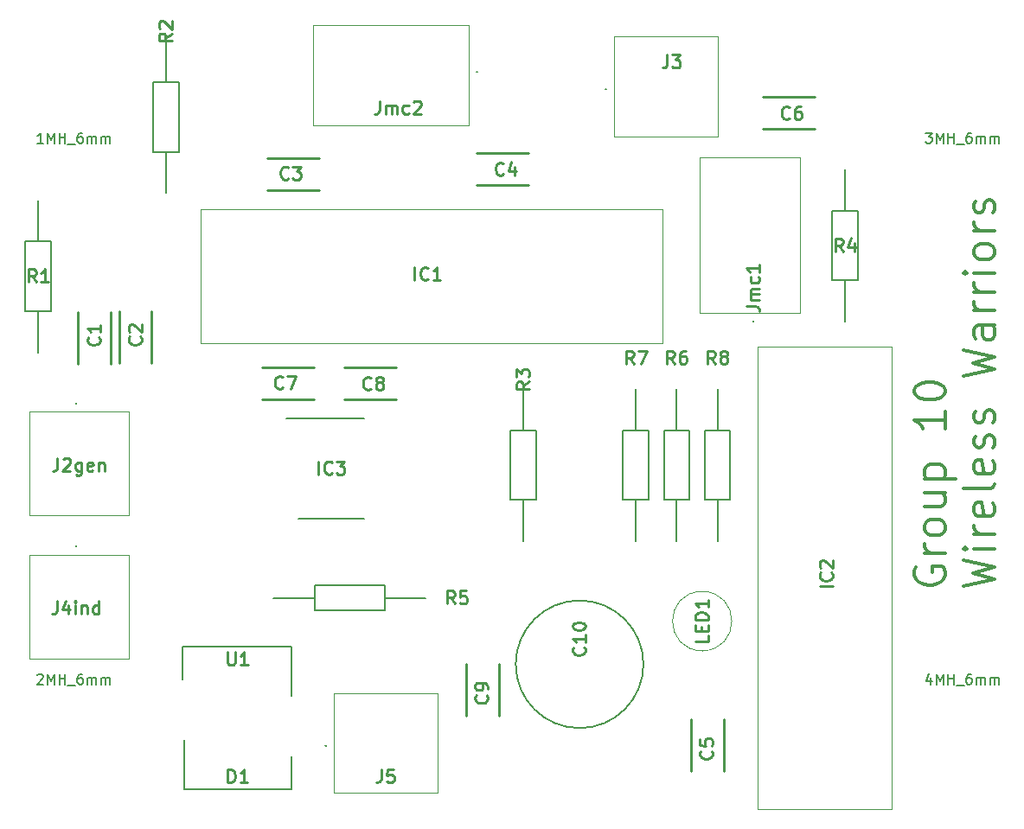
<source format=gbr>
%TF.GenerationSoftware,KiCad,Pcbnew,8.0.2-8.0.2-0~ubuntu22.04.1*%
%TF.CreationDate,2024-05-18T21:09:40+02:00*%
%TF.ProjectId,dc-to-dc-buck-converter,64632d74-6f2d-4646-932d-6275636b2d63,rev?*%
%TF.SameCoordinates,Original*%
%TF.FileFunction,Legend,Top*%
%TF.FilePolarity,Positive*%
%FSLAX46Y46*%
G04 Gerber Fmt 4.6, Leading zero omitted, Abs format (unit mm)*
G04 Created by KiCad (PCBNEW 8.0.2-8.0.2-0~ubuntu22.04.1) date 2024-05-18 21:09:40*
%MOMM*%
%LPD*%
G01*
G04 APERTURE LIST*
%ADD10C,0.300000*%
%ADD11C,0.254000*%
%ADD12C,0.150000*%
%ADD13C,0.100000*%
%ADD14C,0.200000*%
G04 APERTURE END LIST*
D10*
X188930282Y-105516917D02*
X188787425Y-105802632D01*
X188787425Y-105802632D02*
X188787425Y-106231203D01*
X188787425Y-106231203D02*
X188930282Y-106659774D01*
X188930282Y-106659774D02*
X189215996Y-106945489D01*
X189215996Y-106945489D02*
X189501710Y-107088346D01*
X189501710Y-107088346D02*
X190073139Y-107231203D01*
X190073139Y-107231203D02*
X190501710Y-107231203D01*
X190501710Y-107231203D02*
X191073139Y-107088346D01*
X191073139Y-107088346D02*
X191358853Y-106945489D01*
X191358853Y-106945489D02*
X191644568Y-106659774D01*
X191644568Y-106659774D02*
X191787425Y-106231203D01*
X191787425Y-106231203D02*
X191787425Y-105945489D01*
X191787425Y-105945489D02*
X191644568Y-105516917D01*
X191644568Y-105516917D02*
X191501710Y-105374060D01*
X191501710Y-105374060D02*
X190501710Y-105374060D01*
X190501710Y-105374060D02*
X190501710Y-105945489D01*
X191787425Y-104088346D02*
X189787425Y-104088346D01*
X190358853Y-104088346D02*
X190073139Y-103945489D01*
X190073139Y-103945489D02*
X189930282Y-103802632D01*
X189930282Y-103802632D02*
X189787425Y-103516917D01*
X189787425Y-103516917D02*
X189787425Y-103231203D01*
X191787425Y-101802631D02*
X191644568Y-102088346D01*
X191644568Y-102088346D02*
X191501710Y-102231203D01*
X191501710Y-102231203D02*
X191215996Y-102374060D01*
X191215996Y-102374060D02*
X190358853Y-102374060D01*
X190358853Y-102374060D02*
X190073139Y-102231203D01*
X190073139Y-102231203D02*
X189930282Y-102088346D01*
X189930282Y-102088346D02*
X189787425Y-101802631D01*
X189787425Y-101802631D02*
X189787425Y-101374060D01*
X189787425Y-101374060D02*
X189930282Y-101088346D01*
X189930282Y-101088346D02*
X190073139Y-100945489D01*
X190073139Y-100945489D02*
X190358853Y-100802631D01*
X190358853Y-100802631D02*
X191215996Y-100802631D01*
X191215996Y-100802631D02*
X191501710Y-100945489D01*
X191501710Y-100945489D02*
X191644568Y-101088346D01*
X191644568Y-101088346D02*
X191787425Y-101374060D01*
X191787425Y-101374060D02*
X191787425Y-101802631D01*
X189787425Y-98231203D02*
X191787425Y-98231203D01*
X189787425Y-99516917D02*
X191358853Y-99516917D01*
X191358853Y-99516917D02*
X191644568Y-99374060D01*
X191644568Y-99374060D02*
X191787425Y-99088345D01*
X191787425Y-99088345D02*
X191787425Y-98659774D01*
X191787425Y-98659774D02*
X191644568Y-98374060D01*
X191644568Y-98374060D02*
X191501710Y-98231203D01*
X189787425Y-96802631D02*
X192787425Y-96802631D01*
X189930282Y-96802631D02*
X189787425Y-96516917D01*
X189787425Y-96516917D02*
X189787425Y-95945488D01*
X189787425Y-95945488D02*
X189930282Y-95659774D01*
X189930282Y-95659774D02*
X190073139Y-95516917D01*
X190073139Y-95516917D02*
X190358853Y-95374059D01*
X190358853Y-95374059D02*
X191215996Y-95374059D01*
X191215996Y-95374059D02*
X191501710Y-95516917D01*
X191501710Y-95516917D02*
X191644568Y-95659774D01*
X191644568Y-95659774D02*
X191787425Y-95945488D01*
X191787425Y-95945488D02*
X191787425Y-96516917D01*
X191787425Y-96516917D02*
X191644568Y-96802631D01*
X191787425Y-90231202D02*
X191787425Y-91945488D01*
X191787425Y-91088345D02*
X188787425Y-91088345D01*
X188787425Y-91088345D02*
X189215996Y-91374059D01*
X189215996Y-91374059D02*
X189501710Y-91659774D01*
X189501710Y-91659774D02*
X189644568Y-91945488D01*
X188787425Y-88374059D02*
X188787425Y-88088345D01*
X188787425Y-88088345D02*
X188930282Y-87802631D01*
X188930282Y-87802631D02*
X189073139Y-87659774D01*
X189073139Y-87659774D02*
X189358853Y-87516916D01*
X189358853Y-87516916D02*
X189930282Y-87374059D01*
X189930282Y-87374059D02*
X190644568Y-87374059D01*
X190644568Y-87374059D02*
X191215996Y-87516916D01*
X191215996Y-87516916D02*
X191501710Y-87659774D01*
X191501710Y-87659774D02*
X191644568Y-87802631D01*
X191644568Y-87802631D02*
X191787425Y-88088345D01*
X191787425Y-88088345D02*
X191787425Y-88374059D01*
X191787425Y-88374059D02*
X191644568Y-88659774D01*
X191644568Y-88659774D02*
X191501710Y-88802631D01*
X191501710Y-88802631D02*
X191215996Y-88945488D01*
X191215996Y-88945488D02*
X190644568Y-89088345D01*
X190644568Y-89088345D02*
X189930282Y-89088345D01*
X189930282Y-89088345D02*
X189358853Y-88945488D01*
X189358853Y-88945488D02*
X189073139Y-88802631D01*
X189073139Y-88802631D02*
X188930282Y-88659774D01*
X188930282Y-88659774D02*
X188787425Y-88374059D01*
X193617257Y-107374060D02*
X196617257Y-106659774D01*
X196617257Y-106659774D02*
X194474400Y-106088346D01*
X194474400Y-106088346D02*
X196617257Y-105516917D01*
X196617257Y-105516917D02*
X193617257Y-104802632D01*
X196617257Y-103659775D02*
X194617257Y-103659775D01*
X193617257Y-103659775D02*
X193760114Y-103802632D01*
X193760114Y-103802632D02*
X193902971Y-103659775D01*
X193902971Y-103659775D02*
X193760114Y-103516918D01*
X193760114Y-103516918D02*
X193617257Y-103659775D01*
X193617257Y-103659775D02*
X193902971Y-103659775D01*
X196617257Y-102231204D02*
X194617257Y-102231204D01*
X195188685Y-102231204D02*
X194902971Y-102088347D01*
X194902971Y-102088347D02*
X194760114Y-101945490D01*
X194760114Y-101945490D02*
X194617257Y-101659775D01*
X194617257Y-101659775D02*
X194617257Y-101374061D01*
X196474400Y-99231204D02*
X196617257Y-99516918D01*
X196617257Y-99516918D02*
X196617257Y-100088347D01*
X196617257Y-100088347D02*
X196474400Y-100374061D01*
X196474400Y-100374061D02*
X196188685Y-100516918D01*
X196188685Y-100516918D02*
X195045828Y-100516918D01*
X195045828Y-100516918D02*
X194760114Y-100374061D01*
X194760114Y-100374061D02*
X194617257Y-100088347D01*
X194617257Y-100088347D02*
X194617257Y-99516918D01*
X194617257Y-99516918D02*
X194760114Y-99231204D01*
X194760114Y-99231204D02*
X195045828Y-99088347D01*
X195045828Y-99088347D02*
X195331542Y-99088347D01*
X195331542Y-99088347D02*
X195617257Y-100516918D01*
X196617257Y-97374060D02*
X196474400Y-97659775D01*
X196474400Y-97659775D02*
X196188685Y-97802632D01*
X196188685Y-97802632D02*
X193617257Y-97802632D01*
X196474400Y-95088346D02*
X196617257Y-95374060D01*
X196617257Y-95374060D02*
X196617257Y-95945489D01*
X196617257Y-95945489D02*
X196474400Y-96231203D01*
X196474400Y-96231203D02*
X196188685Y-96374060D01*
X196188685Y-96374060D02*
X195045828Y-96374060D01*
X195045828Y-96374060D02*
X194760114Y-96231203D01*
X194760114Y-96231203D02*
X194617257Y-95945489D01*
X194617257Y-95945489D02*
X194617257Y-95374060D01*
X194617257Y-95374060D02*
X194760114Y-95088346D01*
X194760114Y-95088346D02*
X195045828Y-94945489D01*
X195045828Y-94945489D02*
X195331542Y-94945489D01*
X195331542Y-94945489D02*
X195617257Y-96374060D01*
X196474400Y-93802631D02*
X196617257Y-93516917D01*
X196617257Y-93516917D02*
X196617257Y-92945488D01*
X196617257Y-92945488D02*
X196474400Y-92659774D01*
X196474400Y-92659774D02*
X196188685Y-92516917D01*
X196188685Y-92516917D02*
X196045828Y-92516917D01*
X196045828Y-92516917D02*
X195760114Y-92659774D01*
X195760114Y-92659774D02*
X195617257Y-92945488D01*
X195617257Y-92945488D02*
X195617257Y-93374060D01*
X195617257Y-93374060D02*
X195474400Y-93659774D01*
X195474400Y-93659774D02*
X195188685Y-93802631D01*
X195188685Y-93802631D02*
X195045828Y-93802631D01*
X195045828Y-93802631D02*
X194760114Y-93659774D01*
X194760114Y-93659774D02*
X194617257Y-93374060D01*
X194617257Y-93374060D02*
X194617257Y-92945488D01*
X194617257Y-92945488D02*
X194760114Y-92659774D01*
X196474400Y-91374060D02*
X196617257Y-91088346D01*
X196617257Y-91088346D02*
X196617257Y-90516917D01*
X196617257Y-90516917D02*
X196474400Y-90231203D01*
X196474400Y-90231203D02*
X196188685Y-90088346D01*
X196188685Y-90088346D02*
X196045828Y-90088346D01*
X196045828Y-90088346D02*
X195760114Y-90231203D01*
X195760114Y-90231203D02*
X195617257Y-90516917D01*
X195617257Y-90516917D02*
X195617257Y-90945489D01*
X195617257Y-90945489D02*
X195474400Y-91231203D01*
X195474400Y-91231203D02*
X195188685Y-91374060D01*
X195188685Y-91374060D02*
X195045828Y-91374060D01*
X195045828Y-91374060D02*
X194760114Y-91231203D01*
X194760114Y-91231203D02*
X194617257Y-90945489D01*
X194617257Y-90945489D02*
X194617257Y-90516917D01*
X194617257Y-90516917D02*
X194760114Y-90231203D01*
X193617257Y-86802632D02*
X196617257Y-86088346D01*
X196617257Y-86088346D02*
X194474400Y-85516918D01*
X194474400Y-85516918D02*
X196617257Y-84945489D01*
X196617257Y-84945489D02*
X193617257Y-84231204D01*
X196617257Y-81802633D02*
X195045828Y-81802633D01*
X195045828Y-81802633D02*
X194760114Y-81945490D01*
X194760114Y-81945490D02*
X194617257Y-82231204D01*
X194617257Y-82231204D02*
X194617257Y-82802633D01*
X194617257Y-82802633D02*
X194760114Y-83088347D01*
X196474400Y-81802633D02*
X196617257Y-82088347D01*
X196617257Y-82088347D02*
X196617257Y-82802633D01*
X196617257Y-82802633D02*
X196474400Y-83088347D01*
X196474400Y-83088347D02*
X196188685Y-83231204D01*
X196188685Y-83231204D02*
X195902971Y-83231204D01*
X195902971Y-83231204D02*
X195617257Y-83088347D01*
X195617257Y-83088347D02*
X195474400Y-82802633D01*
X195474400Y-82802633D02*
X195474400Y-82088347D01*
X195474400Y-82088347D02*
X195331542Y-81802633D01*
X196617257Y-80374061D02*
X194617257Y-80374061D01*
X195188685Y-80374061D02*
X194902971Y-80231204D01*
X194902971Y-80231204D02*
X194760114Y-80088347D01*
X194760114Y-80088347D02*
X194617257Y-79802632D01*
X194617257Y-79802632D02*
X194617257Y-79516918D01*
X196617257Y-78516918D02*
X194617257Y-78516918D01*
X195188685Y-78516918D02*
X194902971Y-78374061D01*
X194902971Y-78374061D02*
X194760114Y-78231204D01*
X194760114Y-78231204D02*
X194617257Y-77945489D01*
X194617257Y-77945489D02*
X194617257Y-77659775D01*
X196617257Y-76659775D02*
X194617257Y-76659775D01*
X193617257Y-76659775D02*
X193760114Y-76802632D01*
X193760114Y-76802632D02*
X193902971Y-76659775D01*
X193902971Y-76659775D02*
X193760114Y-76516918D01*
X193760114Y-76516918D02*
X193617257Y-76659775D01*
X193617257Y-76659775D02*
X193902971Y-76659775D01*
X196617257Y-74802632D02*
X196474400Y-75088347D01*
X196474400Y-75088347D02*
X196331542Y-75231204D01*
X196331542Y-75231204D02*
X196045828Y-75374061D01*
X196045828Y-75374061D02*
X195188685Y-75374061D01*
X195188685Y-75374061D02*
X194902971Y-75231204D01*
X194902971Y-75231204D02*
X194760114Y-75088347D01*
X194760114Y-75088347D02*
X194617257Y-74802632D01*
X194617257Y-74802632D02*
X194617257Y-74374061D01*
X194617257Y-74374061D02*
X194760114Y-74088347D01*
X194760114Y-74088347D02*
X194902971Y-73945490D01*
X194902971Y-73945490D02*
X195188685Y-73802632D01*
X195188685Y-73802632D02*
X196045828Y-73802632D01*
X196045828Y-73802632D02*
X196331542Y-73945490D01*
X196331542Y-73945490D02*
X196474400Y-74088347D01*
X196474400Y-74088347D02*
X196617257Y-74374061D01*
X196617257Y-74374061D02*
X196617257Y-74802632D01*
X196617257Y-72516918D02*
X194617257Y-72516918D01*
X195188685Y-72516918D02*
X194902971Y-72374061D01*
X194902971Y-72374061D02*
X194760114Y-72231204D01*
X194760114Y-72231204D02*
X194617257Y-71945489D01*
X194617257Y-71945489D02*
X194617257Y-71659775D01*
X196474400Y-70802632D02*
X196617257Y-70516918D01*
X196617257Y-70516918D02*
X196617257Y-69945489D01*
X196617257Y-69945489D02*
X196474400Y-69659775D01*
X196474400Y-69659775D02*
X196188685Y-69516918D01*
X196188685Y-69516918D02*
X196045828Y-69516918D01*
X196045828Y-69516918D02*
X195760114Y-69659775D01*
X195760114Y-69659775D02*
X195617257Y-69945489D01*
X195617257Y-69945489D02*
X195617257Y-70374061D01*
X195617257Y-70374061D02*
X195474400Y-70659775D01*
X195474400Y-70659775D02*
X195188685Y-70802632D01*
X195188685Y-70802632D02*
X195045828Y-70802632D01*
X195045828Y-70802632D02*
X194760114Y-70659775D01*
X194760114Y-70659775D02*
X194617257Y-70374061D01*
X194617257Y-70374061D02*
X194617257Y-69945489D01*
X194617257Y-69945489D02*
X194760114Y-69659775D01*
D11*
X180774318Y-107339762D02*
X179504318Y-107339762D01*
X180653365Y-106009285D02*
X180713842Y-106069761D01*
X180713842Y-106069761D02*
X180774318Y-106251190D01*
X180774318Y-106251190D02*
X180774318Y-106372142D01*
X180774318Y-106372142D02*
X180713842Y-106553571D01*
X180713842Y-106553571D02*
X180592889Y-106674523D01*
X180592889Y-106674523D02*
X180471937Y-106735000D01*
X180471937Y-106735000D02*
X180230032Y-106795476D01*
X180230032Y-106795476D02*
X180048603Y-106795476D01*
X180048603Y-106795476D02*
X179806699Y-106735000D01*
X179806699Y-106735000D02*
X179685746Y-106674523D01*
X179685746Y-106674523D02*
X179564794Y-106553571D01*
X179564794Y-106553571D02*
X179504318Y-106372142D01*
X179504318Y-106372142D02*
X179504318Y-106251190D01*
X179504318Y-106251190D02*
X179564794Y-106069761D01*
X179564794Y-106069761D02*
X179625270Y-106009285D01*
X179625270Y-105525476D02*
X179564794Y-105465000D01*
X179564794Y-105465000D02*
X179504318Y-105344047D01*
X179504318Y-105344047D02*
X179504318Y-105041666D01*
X179504318Y-105041666D02*
X179564794Y-104920714D01*
X179564794Y-104920714D02*
X179625270Y-104860238D01*
X179625270Y-104860238D02*
X179746222Y-104799761D01*
X179746222Y-104799761D02*
X179867175Y-104799761D01*
X179867175Y-104799761D02*
X180048603Y-104860238D01*
X180048603Y-104860238D02*
X180774318Y-105585952D01*
X180774318Y-105585952D02*
X180774318Y-104799761D01*
X130450237Y-96384318D02*
X130450237Y-95114318D01*
X131780714Y-96263365D02*
X131720238Y-96323842D01*
X131720238Y-96323842D02*
X131538809Y-96384318D01*
X131538809Y-96384318D02*
X131417857Y-96384318D01*
X131417857Y-96384318D02*
X131236428Y-96323842D01*
X131236428Y-96323842D02*
X131115476Y-96202889D01*
X131115476Y-96202889D02*
X131054999Y-96081937D01*
X131054999Y-96081937D02*
X130994523Y-95840032D01*
X130994523Y-95840032D02*
X130994523Y-95658603D01*
X130994523Y-95658603D02*
X131054999Y-95416699D01*
X131054999Y-95416699D02*
X131115476Y-95295746D01*
X131115476Y-95295746D02*
X131236428Y-95174794D01*
X131236428Y-95174794D02*
X131417857Y-95114318D01*
X131417857Y-95114318D02*
X131538809Y-95114318D01*
X131538809Y-95114318D02*
X131720238Y-95174794D01*
X131720238Y-95174794D02*
X131780714Y-95235270D01*
X132204047Y-95114318D02*
X132990238Y-95114318D01*
X132990238Y-95114318D02*
X132566904Y-95598127D01*
X132566904Y-95598127D02*
X132748333Y-95598127D01*
X132748333Y-95598127D02*
X132869285Y-95658603D01*
X132869285Y-95658603D02*
X132929761Y-95719080D01*
X132929761Y-95719080D02*
X132990238Y-95840032D01*
X132990238Y-95840032D02*
X132990238Y-96142413D01*
X132990238Y-96142413D02*
X132929761Y-96263365D01*
X132929761Y-96263365D02*
X132869285Y-96323842D01*
X132869285Y-96323842D02*
X132748333Y-96384318D01*
X132748333Y-96384318D02*
X132385476Y-96384318D01*
X132385476Y-96384318D02*
X132264523Y-96323842D01*
X132264523Y-96323842D02*
X132204047Y-96263365D01*
X127488333Y-67409365D02*
X127427857Y-67469842D01*
X127427857Y-67469842D02*
X127246428Y-67530318D01*
X127246428Y-67530318D02*
X127125476Y-67530318D01*
X127125476Y-67530318D02*
X126944047Y-67469842D01*
X126944047Y-67469842D02*
X126823095Y-67348889D01*
X126823095Y-67348889D02*
X126762618Y-67227937D01*
X126762618Y-67227937D02*
X126702142Y-66986032D01*
X126702142Y-66986032D02*
X126702142Y-66804603D01*
X126702142Y-66804603D02*
X126762618Y-66562699D01*
X126762618Y-66562699D02*
X126823095Y-66441746D01*
X126823095Y-66441746D02*
X126944047Y-66320794D01*
X126944047Y-66320794D02*
X127125476Y-66260318D01*
X127125476Y-66260318D02*
X127246428Y-66260318D01*
X127246428Y-66260318D02*
X127427857Y-66320794D01*
X127427857Y-66320794D02*
X127488333Y-66381270D01*
X127911666Y-66260318D02*
X128697857Y-66260318D01*
X128697857Y-66260318D02*
X128274523Y-66744127D01*
X128274523Y-66744127D02*
X128455952Y-66744127D01*
X128455952Y-66744127D02*
X128576904Y-66804603D01*
X128576904Y-66804603D02*
X128637380Y-66865080D01*
X128637380Y-66865080D02*
X128697857Y-66986032D01*
X128697857Y-66986032D02*
X128697857Y-67288413D01*
X128697857Y-67288413D02*
X128637380Y-67409365D01*
X128637380Y-67409365D02*
X128576904Y-67469842D01*
X128576904Y-67469842D02*
X128455952Y-67530318D01*
X128455952Y-67530318D02*
X128093095Y-67530318D01*
X128093095Y-67530318D02*
X127972142Y-67469842D01*
X127972142Y-67469842D02*
X127911666Y-67409365D01*
X136435715Y-59804318D02*
X136435715Y-60711461D01*
X136435715Y-60711461D02*
X136375238Y-60892889D01*
X136375238Y-60892889D02*
X136254286Y-61013842D01*
X136254286Y-61013842D02*
X136072857Y-61074318D01*
X136072857Y-61074318D02*
X135951905Y-61074318D01*
X137040476Y-61074318D02*
X137040476Y-60227651D01*
X137040476Y-60348603D02*
X137100953Y-60288127D01*
X137100953Y-60288127D02*
X137221905Y-60227651D01*
X137221905Y-60227651D02*
X137403334Y-60227651D01*
X137403334Y-60227651D02*
X137524286Y-60288127D01*
X137524286Y-60288127D02*
X137584762Y-60409080D01*
X137584762Y-60409080D02*
X137584762Y-61074318D01*
X137584762Y-60409080D02*
X137645238Y-60288127D01*
X137645238Y-60288127D02*
X137766191Y-60227651D01*
X137766191Y-60227651D02*
X137947619Y-60227651D01*
X137947619Y-60227651D02*
X138068572Y-60288127D01*
X138068572Y-60288127D02*
X138129048Y-60409080D01*
X138129048Y-60409080D02*
X138129048Y-61074318D01*
X139278095Y-61013842D02*
X139157143Y-61074318D01*
X139157143Y-61074318D02*
X138915238Y-61074318D01*
X138915238Y-61074318D02*
X138794286Y-61013842D01*
X138794286Y-61013842D02*
X138733809Y-60953365D01*
X138733809Y-60953365D02*
X138673333Y-60832413D01*
X138673333Y-60832413D02*
X138673333Y-60469556D01*
X138673333Y-60469556D02*
X138733809Y-60348603D01*
X138733809Y-60348603D02*
X138794286Y-60288127D01*
X138794286Y-60288127D02*
X138915238Y-60227651D01*
X138915238Y-60227651D02*
X139157143Y-60227651D01*
X139157143Y-60227651D02*
X139278095Y-60288127D01*
X139761904Y-59925270D02*
X139822380Y-59864794D01*
X139822380Y-59864794D02*
X139943333Y-59804318D01*
X139943333Y-59804318D02*
X140245714Y-59804318D01*
X140245714Y-59804318D02*
X140366666Y-59864794D01*
X140366666Y-59864794D02*
X140427142Y-59925270D01*
X140427142Y-59925270D02*
X140487619Y-60046222D01*
X140487619Y-60046222D02*
X140487619Y-60167175D01*
X140487619Y-60167175D02*
X140427142Y-60348603D01*
X140427142Y-60348603D02*
X139701428Y-61074318D01*
X139701428Y-61074318D02*
X140487619Y-61074318D01*
X181788333Y-74574318D02*
X181364999Y-73969556D01*
X181062618Y-74574318D02*
X181062618Y-73304318D01*
X181062618Y-73304318D02*
X181546428Y-73304318D01*
X181546428Y-73304318D02*
X181667380Y-73364794D01*
X181667380Y-73364794D02*
X181727857Y-73425270D01*
X181727857Y-73425270D02*
X181788333Y-73546222D01*
X181788333Y-73546222D02*
X181788333Y-73727651D01*
X181788333Y-73727651D02*
X181727857Y-73848603D01*
X181727857Y-73848603D02*
X181667380Y-73909080D01*
X181667380Y-73909080D02*
X181546428Y-73969556D01*
X181546428Y-73969556D02*
X181062618Y-73969556D01*
X182876904Y-73727651D02*
X182876904Y-74574318D01*
X182574523Y-73243842D02*
X182272142Y-74150984D01*
X182272142Y-74150984D02*
X183058333Y-74150984D01*
X143788333Y-109074318D02*
X143364999Y-108469556D01*
X143062618Y-109074318D02*
X143062618Y-107804318D01*
X143062618Y-107804318D02*
X143546428Y-107804318D01*
X143546428Y-107804318D02*
X143667380Y-107864794D01*
X143667380Y-107864794D02*
X143727857Y-107925270D01*
X143727857Y-107925270D02*
X143788333Y-108046222D01*
X143788333Y-108046222D02*
X143788333Y-108227651D01*
X143788333Y-108227651D02*
X143727857Y-108348603D01*
X143727857Y-108348603D02*
X143667380Y-108409080D01*
X143667380Y-108409080D02*
X143546428Y-108469556D01*
X143546428Y-108469556D02*
X143062618Y-108469556D01*
X144937380Y-107804318D02*
X144332618Y-107804318D01*
X144332618Y-107804318D02*
X144272142Y-108409080D01*
X144272142Y-108409080D02*
X144332618Y-108348603D01*
X144332618Y-108348603D02*
X144453571Y-108288127D01*
X144453571Y-108288127D02*
X144755952Y-108288127D01*
X144755952Y-108288127D02*
X144876904Y-108348603D01*
X144876904Y-108348603D02*
X144937380Y-108409080D01*
X144937380Y-108409080D02*
X144997857Y-108530032D01*
X144997857Y-108530032D02*
X144997857Y-108832413D01*
X144997857Y-108832413D02*
X144937380Y-108953365D01*
X144937380Y-108953365D02*
X144876904Y-109013842D01*
X144876904Y-109013842D02*
X144755952Y-109074318D01*
X144755952Y-109074318D02*
X144453571Y-109074318D01*
X144453571Y-109074318D02*
X144332618Y-109013842D01*
X144332618Y-109013842D02*
X144272142Y-108953365D01*
X164576667Y-55304318D02*
X164576667Y-56211461D01*
X164576667Y-56211461D02*
X164516190Y-56392889D01*
X164516190Y-56392889D02*
X164395238Y-56513842D01*
X164395238Y-56513842D02*
X164213809Y-56574318D01*
X164213809Y-56574318D02*
X164092857Y-56574318D01*
X165060476Y-55304318D02*
X165846667Y-55304318D01*
X165846667Y-55304318D02*
X165423333Y-55788127D01*
X165423333Y-55788127D02*
X165604762Y-55788127D01*
X165604762Y-55788127D02*
X165725714Y-55848603D01*
X165725714Y-55848603D02*
X165786190Y-55909080D01*
X165786190Y-55909080D02*
X165846667Y-56030032D01*
X165846667Y-56030032D02*
X165846667Y-56332413D01*
X165846667Y-56332413D02*
X165786190Y-56453365D01*
X165786190Y-56453365D02*
X165725714Y-56513842D01*
X165725714Y-56513842D02*
X165604762Y-56574318D01*
X165604762Y-56574318D02*
X165241905Y-56574318D01*
X165241905Y-56574318D02*
X165120952Y-56513842D01*
X165120952Y-56513842D02*
X165060476Y-56453365D01*
X172304318Y-79894284D02*
X173211461Y-79894284D01*
X173211461Y-79894284D02*
X173392889Y-79954761D01*
X173392889Y-79954761D02*
X173513842Y-80075713D01*
X173513842Y-80075713D02*
X173574318Y-80257142D01*
X173574318Y-80257142D02*
X173574318Y-80378094D01*
X173574318Y-79289523D02*
X172727651Y-79289523D01*
X172848603Y-79289523D02*
X172788127Y-79229046D01*
X172788127Y-79229046D02*
X172727651Y-79108094D01*
X172727651Y-79108094D02*
X172727651Y-78926665D01*
X172727651Y-78926665D02*
X172788127Y-78805713D01*
X172788127Y-78805713D02*
X172909080Y-78745237D01*
X172909080Y-78745237D02*
X173574318Y-78745237D01*
X172909080Y-78745237D02*
X172788127Y-78684761D01*
X172788127Y-78684761D02*
X172727651Y-78563808D01*
X172727651Y-78563808D02*
X172727651Y-78382380D01*
X172727651Y-78382380D02*
X172788127Y-78261427D01*
X172788127Y-78261427D02*
X172909080Y-78200951D01*
X172909080Y-78200951D02*
X173574318Y-78200951D01*
X173513842Y-77051904D02*
X173574318Y-77172856D01*
X173574318Y-77172856D02*
X173574318Y-77414761D01*
X173574318Y-77414761D02*
X173513842Y-77535713D01*
X173513842Y-77535713D02*
X173453365Y-77596190D01*
X173453365Y-77596190D02*
X173332413Y-77656666D01*
X173332413Y-77656666D02*
X172969556Y-77656666D01*
X172969556Y-77656666D02*
X172848603Y-77596190D01*
X172848603Y-77596190D02*
X172788127Y-77535713D01*
X172788127Y-77535713D02*
X172727651Y-77414761D01*
X172727651Y-77414761D02*
X172727651Y-77172856D01*
X172727651Y-77172856D02*
X172788127Y-77051904D01*
X173574318Y-75842380D02*
X173574318Y-76568095D01*
X173574318Y-76205238D02*
X172304318Y-76205238D01*
X172304318Y-76205238D02*
X172485746Y-76326190D01*
X172485746Y-76326190D02*
X172606699Y-76447142D01*
X172606699Y-76447142D02*
X172667175Y-76568095D01*
X169288333Y-85574318D02*
X168864999Y-84969556D01*
X168562618Y-85574318D02*
X168562618Y-84304318D01*
X168562618Y-84304318D02*
X169046428Y-84304318D01*
X169046428Y-84304318D02*
X169167380Y-84364794D01*
X169167380Y-84364794D02*
X169227857Y-84425270D01*
X169227857Y-84425270D02*
X169288333Y-84546222D01*
X169288333Y-84546222D02*
X169288333Y-84727651D01*
X169288333Y-84727651D02*
X169227857Y-84848603D01*
X169227857Y-84848603D02*
X169167380Y-84909080D01*
X169167380Y-84909080D02*
X169046428Y-84969556D01*
X169046428Y-84969556D02*
X168562618Y-84969556D01*
X170014047Y-84848603D02*
X169893095Y-84788127D01*
X169893095Y-84788127D02*
X169832618Y-84727651D01*
X169832618Y-84727651D02*
X169772142Y-84606699D01*
X169772142Y-84606699D02*
X169772142Y-84546222D01*
X169772142Y-84546222D02*
X169832618Y-84425270D01*
X169832618Y-84425270D02*
X169893095Y-84364794D01*
X169893095Y-84364794D02*
X170014047Y-84304318D01*
X170014047Y-84304318D02*
X170255952Y-84304318D01*
X170255952Y-84304318D02*
X170376904Y-84364794D01*
X170376904Y-84364794D02*
X170437380Y-84425270D01*
X170437380Y-84425270D02*
X170497857Y-84546222D01*
X170497857Y-84546222D02*
X170497857Y-84606699D01*
X170497857Y-84606699D02*
X170437380Y-84727651D01*
X170437380Y-84727651D02*
X170376904Y-84788127D01*
X170376904Y-84788127D02*
X170255952Y-84848603D01*
X170255952Y-84848603D02*
X170014047Y-84848603D01*
X170014047Y-84848603D02*
X169893095Y-84909080D01*
X169893095Y-84909080D02*
X169832618Y-84969556D01*
X169832618Y-84969556D02*
X169772142Y-85090508D01*
X169772142Y-85090508D02*
X169772142Y-85332413D01*
X169772142Y-85332413D02*
X169832618Y-85453365D01*
X169832618Y-85453365D02*
X169893095Y-85513842D01*
X169893095Y-85513842D02*
X170014047Y-85574318D01*
X170014047Y-85574318D02*
X170255952Y-85574318D01*
X170255952Y-85574318D02*
X170376904Y-85513842D01*
X170376904Y-85513842D02*
X170437380Y-85453365D01*
X170437380Y-85453365D02*
X170497857Y-85332413D01*
X170497857Y-85332413D02*
X170497857Y-85090508D01*
X170497857Y-85090508D02*
X170437380Y-84969556D01*
X170437380Y-84969556D02*
X170376904Y-84909080D01*
X170376904Y-84909080D02*
X170255952Y-84848603D01*
X151074318Y-87311666D02*
X150469556Y-87735000D01*
X151074318Y-88037381D02*
X149804318Y-88037381D01*
X149804318Y-88037381D02*
X149804318Y-87553571D01*
X149804318Y-87553571D02*
X149864794Y-87432619D01*
X149864794Y-87432619D02*
X149925270Y-87372142D01*
X149925270Y-87372142D02*
X150046222Y-87311666D01*
X150046222Y-87311666D02*
X150227651Y-87311666D01*
X150227651Y-87311666D02*
X150348603Y-87372142D01*
X150348603Y-87372142D02*
X150409080Y-87432619D01*
X150409080Y-87432619D02*
X150469556Y-87553571D01*
X150469556Y-87553571D02*
X150469556Y-88037381D01*
X149804318Y-86888333D02*
X149804318Y-86102142D01*
X149804318Y-86102142D02*
X150288127Y-86525476D01*
X150288127Y-86525476D02*
X150288127Y-86344047D01*
X150288127Y-86344047D02*
X150348603Y-86223095D01*
X150348603Y-86223095D02*
X150409080Y-86162619D01*
X150409080Y-86162619D02*
X150530032Y-86102142D01*
X150530032Y-86102142D02*
X150832413Y-86102142D01*
X150832413Y-86102142D02*
X150953365Y-86162619D01*
X150953365Y-86162619D02*
X151013842Y-86223095D01*
X151013842Y-86223095D02*
X151074318Y-86344047D01*
X151074318Y-86344047D02*
X151074318Y-86706904D01*
X151074318Y-86706904D02*
X151013842Y-86827857D01*
X151013842Y-86827857D02*
X150953365Y-86888333D01*
X121562618Y-126574318D02*
X121562618Y-125304318D01*
X121562618Y-125304318D02*
X121864999Y-125304318D01*
X121864999Y-125304318D02*
X122046428Y-125364794D01*
X122046428Y-125364794D02*
X122167380Y-125485746D01*
X122167380Y-125485746D02*
X122227857Y-125606699D01*
X122227857Y-125606699D02*
X122288333Y-125848603D01*
X122288333Y-125848603D02*
X122288333Y-126030032D01*
X122288333Y-126030032D02*
X122227857Y-126271937D01*
X122227857Y-126271937D02*
X122167380Y-126392889D01*
X122167380Y-126392889D02*
X122046428Y-126513842D01*
X122046428Y-126513842D02*
X121864999Y-126574318D01*
X121864999Y-126574318D02*
X121562618Y-126574318D01*
X123497857Y-126574318D02*
X122772142Y-126574318D01*
X123134999Y-126574318D02*
X123134999Y-125304318D01*
X123134999Y-125304318D02*
X123014047Y-125485746D01*
X123014047Y-125485746D02*
X122893095Y-125606699D01*
X122893095Y-125606699D02*
X122772142Y-125667175D01*
X104825238Y-108804318D02*
X104825238Y-109711461D01*
X104825238Y-109711461D02*
X104764761Y-109892889D01*
X104764761Y-109892889D02*
X104643809Y-110013842D01*
X104643809Y-110013842D02*
X104462380Y-110074318D01*
X104462380Y-110074318D02*
X104341428Y-110074318D01*
X105974285Y-109227651D02*
X105974285Y-110074318D01*
X105671904Y-108743842D02*
X105369523Y-109650984D01*
X105369523Y-109650984D02*
X106155714Y-109650984D01*
X106639523Y-110074318D02*
X106639523Y-109227651D01*
X106639523Y-108804318D02*
X106579047Y-108864794D01*
X106579047Y-108864794D02*
X106639523Y-108925270D01*
X106639523Y-108925270D02*
X106700000Y-108864794D01*
X106700000Y-108864794D02*
X106639523Y-108804318D01*
X106639523Y-108804318D02*
X106639523Y-108925270D01*
X107244285Y-109227651D02*
X107244285Y-110074318D01*
X107244285Y-109348603D02*
X107304762Y-109288127D01*
X107304762Y-109288127D02*
X107425714Y-109227651D01*
X107425714Y-109227651D02*
X107607143Y-109227651D01*
X107607143Y-109227651D02*
X107728095Y-109288127D01*
X107728095Y-109288127D02*
X107788571Y-109409080D01*
X107788571Y-109409080D02*
X107788571Y-110074318D01*
X108937619Y-110074318D02*
X108937619Y-108804318D01*
X108937619Y-110013842D02*
X108816667Y-110074318D01*
X108816667Y-110074318D02*
X108574762Y-110074318D01*
X108574762Y-110074318D02*
X108453810Y-110013842D01*
X108453810Y-110013842D02*
X108393333Y-109953365D01*
X108393333Y-109953365D02*
X108332857Y-109832413D01*
X108332857Y-109832413D02*
X108332857Y-109469556D01*
X108332857Y-109469556D02*
X108393333Y-109348603D01*
X108393333Y-109348603D02*
X108453810Y-109288127D01*
X108453810Y-109288127D02*
X108574762Y-109227651D01*
X108574762Y-109227651D02*
X108816667Y-109227651D01*
X108816667Y-109227651D02*
X108937619Y-109288127D01*
X116074318Y-53211666D02*
X115469556Y-53635000D01*
X116074318Y-53937381D02*
X114804318Y-53937381D01*
X114804318Y-53937381D02*
X114804318Y-53453571D01*
X114804318Y-53453571D02*
X114864794Y-53332619D01*
X114864794Y-53332619D02*
X114925270Y-53272142D01*
X114925270Y-53272142D02*
X115046222Y-53211666D01*
X115046222Y-53211666D02*
X115227651Y-53211666D01*
X115227651Y-53211666D02*
X115348603Y-53272142D01*
X115348603Y-53272142D02*
X115409080Y-53332619D01*
X115409080Y-53332619D02*
X115469556Y-53453571D01*
X115469556Y-53453571D02*
X115469556Y-53937381D01*
X114925270Y-52727857D02*
X114864794Y-52667381D01*
X114864794Y-52667381D02*
X114804318Y-52546428D01*
X114804318Y-52546428D02*
X114804318Y-52244047D01*
X114804318Y-52244047D02*
X114864794Y-52123095D01*
X114864794Y-52123095D02*
X114925270Y-52062619D01*
X114925270Y-52062619D02*
X115046222Y-52002142D01*
X115046222Y-52002142D02*
X115167175Y-52002142D01*
X115167175Y-52002142D02*
X115348603Y-52062619D01*
X115348603Y-52062619D02*
X116074318Y-52788333D01*
X116074318Y-52788333D02*
X116074318Y-52002142D01*
X148548333Y-66997365D02*
X148487857Y-67057842D01*
X148487857Y-67057842D02*
X148306428Y-67118318D01*
X148306428Y-67118318D02*
X148185476Y-67118318D01*
X148185476Y-67118318D02*
X148004047Y-67057842D01*
X148004047Y-67057842D02*
X147883095Y-66936889D01*
X147883095Y-66936889D02*
X147822618Y-66815937D01*
X147822618Y-66815937D02*
X147762142Y-66574032D01*
X147762142Y-66574032D02*
X147762142Y-66392603D01*
X147762142Y-66392603D02*
X147822618Y-66150699D01*
X147822618Y-66150699D02*
X147883095Y-66029746D01*
X147883095Y-66029746D02*
X148004047Y-65908794D01*
X148004047Y-65908794D02*
X148185476Y-65848318D01*
X148185476Y-65848318D02*
X148306428Y-65848318D01*
X148306428Y-65848318D02*
X148487857Y-65908794D01*
X148487857Y-65908794D02*
X148548333Y-65969270D01*
X149636904Y-66271651D02*
X149636904Y-67118318D01*
X149334523Y-65787842D02*
X149032142Y-66694984D01*
X149032142Y-66694984D02*
X149818333Y-66694984D01*
X156453365Y-113316428D02*
X156513842Y-113376904D01*
X156513842Y-113376904D02*
X156574318Y-113558333D01*
X156574318Y-113558333D02*
X156574318Y-113679285D01*
X156574318Y-113679285D02*
X156513842Y-113860714D01*
X156513842Y-113860714D02*
X156392889Y-113981666D01*
X156392889Y-113981666D02*
X156271937Y-114042143D01*
X156271937Y-114042143D02*
X156030032Y-114102619D01*
X156030032Y-114102619D02*
X155848603Y-114102619D01*
X155848603Y-114102619D02*
X155606699Y-114042143D01*
X155606699Y-114042143D02*
X155485746Y-113981666D01*
X155485746Y-113981666D02*
X155364794Y-113860714D01*
X155364794Y-113860714D02*
X155304318Y-113679285D01*
X155304318Y-113679285D02*
X155304318Y-113558333D01*
X155304318Y-113558333D02*
X155364794Y-113376904D01*
X155364794Y-113376904D02*
X155425270Y-113316428D01*
X156574318Y-112106904D02*
X156574318Y-112832619D01*
X156574318Y-112469762D02*
X155304318Y-112469762D01*
X155304318Y-112469762D02*
X155485746Y-112590714D01*
X155485746Y-112590714D02*
X155606699Y-112711666D01*
X155606699Y-112711666D02*
X155667175Y-112832619D01*
X155304318Y-111320714D02*
X155304318Y-111199761D01*
X155304318Y-111199761D02*
X155364794Y-111078809D01*
X155364794Y-111078809D02*
X155425270Y-111018333D01*
X155425270Y-111018333D02*
X155546222Y-110957857D01*
X155546222Y-110957857D02*
X155788127Y-110897380D01*
X155788127Y-110897380D02*
X156090508Y-110897380D01*
X156090508Y-110897380D02*
X156332413Y-110957857D01*
X156332413Y-110957857D02*
X156453365Y-111018333D01*
X156453365Y-111018333D02*
X156513842Y-111078809D01*
X156513842Y-111078809D02*
X156574318Y-111199761D01*
X156574318Y-111199761D02*
X156574318Y-111320714D01*
X156574318Y-111320714D02*
X156513842Y-111441666D01*
X156513842Y-111441666D02*
X156453365Y-111502142D01*
X156453365Y-111502142D02*
X156332413Y-111562619D01*
X156332413Y-111562619D02*
X156090508Y-111623095D01*
X156090508Y-111623095D02*
X155788127Y-111623095D01*
X155788127Y-111623095D02*
X155546222Y-111562619D01*
X155546222Y-111562619D02*
X155425270Y-111502142D01*
X155425270Y-111502142D02*
X155364794Y-111441666D01*
X155364794Y-111441666D02*
X155304318Y-111320714D01*
X126948333Y-87909365D02*
X126887857Y-87969842D01*
X126887857Y-87969842D02*
X126706428Y-88030318D01*
X126706428Y-88030318D02*
X126585476Y-88030318D01*
X126585476Y-88030318D02*
X126404047Y-87969842D01*
X126404047Y-87969842D02*
X126283095Y-87848889D01*
X126283095Y-87848889D02*
X126222618Y-87727937D01*
X126222618Y-87727937D02*
X126162142Y-87486032D01*
X126162142Y-87486032D02*
X126162142Y-87304603D01*
X126162142Y-87304603D02*
X126222618Y-87062699D01*
X126222618Y-87062699D02*
X126283095Y-86941746D01*
X126283095Y-86941746D02*
X126404047Y-86820794D01*
X126404047Y-86820794D02*
X126585476Y-86760318D01*
X126585476Y-86760318D02*
X126706428Y-86760318D01*
X126706428Y-86760318D02*
X126887857Y-86820794D01*
X126887857Y-86820794D02*
X126948333Y-86881270D01*
X127371666Y-86760318D02*
X128218333Y-86760318D01*
X128218333Y-86760318D02*
X127674047Y-88030318D01*
X102788333Y-77574318D02*
X102364999Y-76969556D01*
X102062618Y-77574318D02*
X102062618Y-76304318D01*
X102062618Y-76304318D02*
X102546428Y-76304318D01*
X102546428Y-76304318D02*
X102667380Y-76364794D01*
X102667380Y-76364794D02*
X102727857Y-76425270D01*
X102727857Y-76425270D02*
X102788333Y-76546222D01*
X102788333Y-76546222D02*
X102788333Y-76727651D01*
X102788333Y-76727651D02*
X102727857Y-76848603D01*
X102727857Y-76848603D02*
X102667380Y-76909080D01*
X102667380Y-76909080D02*
X102546428Y-76969556D01*
X102546428Y-76969556D02*
X102062618Y-76969556D01*
X103997857Y-77574318D02*
X103272142Y-77574318D01*
X103634999Y-77574318D02*
X103634999Y-76304318D01*
X103634999Y-76304318D02*
X103514047Y-76485746D01*
X103514047Y-76485746D02*
X103393095Y-76606699D01*
X103393095Y-76606699D02*
X103272142Y-76667175D01*
X121532380Y-113804318D02*
X121532380Y-114832413D01*
X121532380Y-114832413D02*
X121592857Y-114953365D01*
X121592857Y-114953365D02*
X121653333Y-115013842D01*
X121653333Y-115013842D02*
X121774285Y-115074318D01*
X121774285Y-115074318D02*
X122016190Y-115074318D01*
X122016190Y-115074318D02*
X122137142Y-115013842D01*
X122137142Y-115013842D02*
X122197619Y-114953365D01*
X122197619Y-114953365D02*
X122258095Y-114832413D01*
X122258095Y-114832413D02*
X122258095Y-113804318D01*
X123528095Y-115074318D02*
X122802380Y-115074318D01*
X123165237Y-115074318D02*
X123165237Y-113804318D01*
X123165237Y-113804318D02*
X123044285Y-113985746D01*
X123044285Y-113985746D02*
X122923333Y-114106699D01*
X122923333Y-114106699D02*
X122802380Y-114167175D01*
X165288333Y-85574318D02*
X164864999Y-84969556D01*
X164562618Y-85574318D02*
X164562618Y-84304318D01*
X164562618Y-84304318D02*
X165046428Y-84304318D01*
X165046428Y-84304318D02*
X165167380Y-84364794D01*
X165167380Y-84364794D02*
X165227857Y-84425270D01*
X165227857Y-84425270D02*
X165288333Y-84546222D01*
X165288333Y-84546222D02*
X165288333Y-84727651D01*
X165288333Y-84727651D02*
X165227857Y-84848603D01*
X165227857Y-84848603D02*
X165167380Y-84909080D01*
X165167380Y-84909080D02*
X165046428Y-84969556D01*
X165046428Y-84969556D02*
X164562618Y-84969556D01*
X166376904Y-84304318D02*
X166134999Y-84304318D01*
X166134999Y-84304318D02*
X166014047Y-84364794D01*
X166014047Y-84364794D02*
X165953571Y-84425270D01*
X165953571Y-84425270D02*
X165832618Y-84606699D01*
X165832618Y-84606699D02*
X165772142Y-84848603D01*
X165772142Y-84848603D02*
X165772142Y-85332413D01*
X165772142Y-85332413D02*
X165832618Y-85453365D01*
X165832618Y-85453365D02*
X165893095Y-85513842D01*
X165893095Y-85513842D02*
X166014047Y-85574318D01*
X166014047Y-85574318D02*
X166255952Y-85574318D01*
X166255952Y-85574318D02*
X166376904Y-85513842D01*
X166376904Y-85513842D02*
X166437380Y-85453365D01*
X166437380Y-85453365D02*
X166497857Y-85332413D01*
X166497857Y-85332413D02*
X166497857Y-85030032D01*
X166497857Y-85030032D02*
X166437380Y-84909080D01*
X166437380Y-84909080D02*
X166376904Y-84848603D01*
X166376904Y-84848603D02*
X166255952Y-84788127D01*
X166255952Y-84788127D02*
X166014047Y-84788127D01*
X166014047Y-84788127D02*
X165893095Y-84848603D01*
X165893095Y-84848603D02*
X165832618Y-84909080D01*
X165832618Y-84909080D02*
X165772142Y-85030032D01*
X135588333Y-87997365D02*
X135527857Y-88057842D01*
X135527857Y-88057842D02*
X135346428Y-88118318D01*
X135346428Y-88118318D02*
X135225476Y-88118318D01*
X135225476Y-88118318D02*
X135044047Y-88057842D01*
X135044047Y-88057842D02*
X134923095Y-87936889D01*
X134923095Y-87936889D02*
X134862618Y-87815937D01*
X134862618Y-87815937D02*
X134802142Y-87574032D01*
X134802142Y-87574032D02*
X134802142Y-87392603D01*
X134802142Y-87392603D02*
X134862618Y-87150699D01*
X134862618Y-87150699D02*
X134923095Y-87029746D01*
X134923095Y-87029746D02*
X135044047Y-86908794D01*
X135044047Y-86908794D02*
X135225476Y-86848318D01*
X135225476Y-86848318D02*
X135346428Y-86848318D01*
X135346428Y-86848318D02*
X135527857Y-86908794D01*
X135527857Y-86908794D02*
X135588333Y-86969270D01*
X136314047Y-87392603D02*
X136193095Y-87332127D01*
X136193095Y-87332127D02*
X136132618Y-87271651D01*
X136132618Y-87271651D02*
X136072142Y-87150699D01*
X136072142Y-87150699D02*
X136072142Y-87090222D01*
X136072142Y-87090222D02*
X136132618Y-86969270D01*
X136132618Y-86969270D02*
X136193095Y-86908794D01*
X136193095Y-86908794D02*
X136314047Y-86848318D01*
X136314047Y-86848318D02*
X136555952Y-86848318D01*
X136555952Y-86848318D02*
X136676904Y-86908794D01*
X136676904Y-86908794D02*
X136737380Y-86969270D01*
X136737380Y-86969270D02*
X136797857Y-87090222D01*
X136797857Y-87090222D02*
X136797857Y-87150699D01*
X136797857Y-87150699D02*
X136737380Y-87271651D01*
X136737380Y-87271651D02*
X136676904Y-87332127D01*
X136676904Y-87332127D02*
X136555952Y-87392603D01*
X136555952Y-87392603D02*
X136314047Y-87392603D01*
X136314047Y-87392603D02*
X136193095Y-87453080D01*
X136193095Y-87453080D02*
X136132618Y-87513556D01*
X136132618Y-87513556D02*
X136072142Y-87634508D01*
X136072142Y-87634508D02*
X136072142Y-87876413D01*
X136072142Y-87876413D02*
X136132618Y-87997365D01*
X136132618Y-87997365D02*
X136193095Y-88057842D01*
X136193095Y-88057842D02*
X136314047Y-88118318D01*
X136314047Y-88118318D02*
X136555952Y-88118318D01*
X136555952Y-88118318D02*
X136676904Y-88057842D01*
X136676904Y-88057842D02*
X136737380Y-87997365D01*
X136737380Y-87997365D02*
X136797857Y-87876413D01*
X136797857Y-87876413D02*
X136797857Y-87634508D01*
X136797857Y-87634508D02*
X136737380Y-87513556D01*
X136737380Y-87513556D02*
X136676904Y-87453080D01*
X136676904Y-87453080D02*
X136555952Y-87392603D01*
X112997365Y-82911666D02*
X113057842Y-82972142D01*
X113057842Y-82972142D02*
X113118318Y-83153571D01*
X113118318Y-83153571D02*
X113118318Y-83274523D01*
X113118318Y-83274523D02*
X113057842Y-83455952D01*
X113057842Y-83455952D02*
X112936889Y-83576904D01*
X112936889Y-83576904D02*
X112815937Y-83637381D01*
X112815937Y-83637381D02*
X112574032Y-83697857D01*
X112574032Y-83697857D02*
X112392603Y-83697857D01*
X112392603Y-83697857D02*
X112150699Y-83637381D01*
X112150699Y-83637381D02*
X112029746Y-83576904D01*
X112029746Y-83576904D02*
X111908794Y-83455952D01*
X111908794Y-83455952D02*
X111848318Y-83274523D01*
X111848318Y-83274523D02*
X111848318Y-83153571D01*
X111848318Y-83153571D02*
X111908794Y-82972142D01*
X111908794Y-82972142D02*
X111969270Y-82911666D01*
X111969270Y-82427857D02*
X111908794Y-82367381D01*
X111908794Y-82367381D02*
X111848318Y-82246428D01*
X111848318Y-82246428D02*
X111848318Y-81944047D01*
X111848318Y-81944047D02*
X111908794Y-81823095D01*
X111908794Y-81823095D02*
X111969270Y-81762619D01*
X111969270Y-81762619D02*
X112090222Y-81702142D01*
X112090222Y-81702142D02*
X112211175Y-81702142D01*
X112211175Y-81702142D02*
X112392603Y-81762619D01*
X112392603Y-81762619D02*
X113118318Y-82488333D01*
X113118318Y-82488333D02*
X113118318Y-81702142D01*
X108953365Y-82951666D02*
X109013842Y-83012142D01*
X109013842Y-83012142D02*
X109074318Y-83193571D01*
X109074318Y-83193571D02*
X109074318Y-83314523D01*
X109074318Y-83314523D02*
X109013842Y-83495952D01*
X109013842Y-83495952D02*
X108892889Y-83616904D01*
X108892889Y-83616904D02*
X108771937Y-83677381D01*
X108771937Y-83677381D02*
X108530032Y-83737857D01*
X108530032Y-83737857D02*
X108348603Y-83737857D01*
X108348603Y-83737857D02*
X108106699Y-83677381D01*
X108106699Y-83677381D02*
X107985746Y-83616904D01*
X107985746Y-83616904D02*
X107864794Y-83495952D01*
X107864794Y-83495952D02*
X107804318Y-83314523D01*
X107804318Y-83314523D02*
X107804318Y-83193571D01*
X107804318Y-83193571D02*
X107864794Y-83012142D01*
X107864794Y-83012142D02*
X107925270Y-82951666D01*
X109074318Y-81742142D02*
X109074318Y-82467857D01*
X109074318Y-82105000D02*
X107804318Y-82105000D01*
X107804318Y-82105000D02*
X107985746Y-82225952D01*
X107985746Y-82225952D02*
X108106699Y-82346904D01*
X108106699Y-82346904D02*
X108167175Y-82467857D01*
X136576667Y-125304318D02*
X136576667Y-126211461D01*
X136576667Y-126211461D02*
X136516190Y-126392889D01*
X136516190Y-126392889D02*
X136395238Y-126513842D01*
X136395238Y-126513842D02*
X136213809Y-126574318D01*
X136213809Y-126574318D02*
X136092857Y-126574318D01*
X137786190Y-125304318D02*
X137181428Y-125304318D01*
X137181428Y-125304318D02*
X137120952Y-125909080D01*
X137120952Y-125909080D02*
X137181428Y-125848603D01*
X137181428Y-125848603D02*
X137302381Y-125788127D01*
X137302381Y-125788127D02*
X137604762Y-125788127D01*
X137604762Y-125788127D02*
X137725714Y-125848603D01*
X137725714Y-125848603D02*
X137786190Y-125909080D01*
X137786190Y-125909080D02*
X137846667Y-126030032D01*
X137846667Y-126030032D02*
X137846667Y-126332413D01*
X137846667Y-126332413D02*
X137786190Y-126453365D01*
X137786190Y-126453365D02*
X137725714Y-126513842D01*
X137725714Y-126513842D02*
X137604762Y-126574318D01*
X137604762Y-126574318D02*
X137302381Y-126574318D01*
X137302381Y-126574318D02*
X137181428Y-126513842D01*
X137181428Y-126513842D02*
X137120952Y-126453365D01*
X176548333Y-61497365D02*
X176487857Y-61557842D01*
X176487857Y-61557842D02*
X176306428Y-61618318D01*
X176306428Y-61618318D02*
X176185476Y-61618318D01*
X176185476Y-61618318D02*
X176004047Y-61557842D01*
X176004047Y-61557842D02*
X175883095Y-61436889D01*
X175883095Y-61436889D02*
X175822618Y-61315937D01*
X175822618Y-61315937D02*
X175762142Y-61074032D01*
X175762142Y-61074032D02*
X175762142Y-60892603D01*
X175762142Y-60892603D02*
X175822618Y-60650699D01*
X175822618Y-60650699D02*
X175883095Y-60529746D01*
X175883095Y-60529746D02*
X176004047Y-60408794D01*
X176004047Y-60408794D02*
X176185476Y-60348318D01*
X176185476Y-60348318D02*
X176306428Y-60348318D01*
X176306428Y-60348318D02*
X176487857Y-60408794D01*
X176487857Y-60408794D02*
X176548333Y-60469270D01*
X177636904Y-60348318D02*
X177394999Y-60348318D01*
X177394999Y-60348318D02*
X177274047Y-60408794D01*
X177274047Y-60408794D02*
X177213571Y-60469270D01*
X177213571Y-60469270D02*
X177092618Y-60650699D01*
X177092618Y-60650699D02*
X177032142Y-60892603D01*
X177032142Y-60892603D02*
X177032142Y-61376413D01*
X177032142Y-61376413D02*
X177092618Y-61497365D01*
X177092618Y-61497365D02*
X177153095Y-61557842D01*
X177153095Y-61557842D02*
X177274047Y-61618318D01*
X177274047Y-61618318D02*
X177515952Y-61618318D01*
X177515952Y-61618318D02*
X177636904Y-61557842D01*
X177636904Y-61557842D02*
X177697380Y-61497365D01*
X177697380Y-61497365D02*
X177757857Y-61376413D01*
X177757857Y-61376413D02*
X177757857Y-61074032D01*
X177757857Y-61074032D02*
X177697380Y-60953080D01*
X177697380Y-60953080D02*
X177636904Y-60892603D01*
X177636904Y-60892603D02*
X177515952Y-60832127D01*
X177515952Y-60832127D02*
X177274047Y-60832127D01*
X177274047Y-60832127D02*
X177153095Y-60892603D01*
X177153095Y-60892603D02*
X177092618Y-60953080D01*
X177092618Y-60953080D02*
X177032142Y-61074032D01*
D12*
X189880953Y-62954819D02*
X190500000Y-62954819D01*
X190500000Y-62954819D02*
X190166667Y-63335771D01*
X190166667Y-63335771D02*
X190309524Y-63335771D01*
X190309524Y-63335771D02*
X190404762Y-63383390D01*
X190404762Y-63383390D02*
X190452381Y-63431009D01*
X190452381Y-63431009D02*
X190500000Y-63526247D01*
X190500000Y-63526247D02*
X190500000Y-63764342D01*
X190500000Y-63764342D02*
X190452381Y-63859580D01*
X190452381Y-63859580D02*
X190404762Y-63907200D01*
X190404762Y-63907200D02*
X190309524Y-63954819D01*
X190309524Y-63954819D02*
X190023810Y-63954819D01*
X190023810Y-63954819D02*
X189928572Y-63907200D01*
X189928572Y-63907200D02*
X189880953Y-63859580D01*
X190928572Y-63954819D02*
X190928572Y-62954819D01*
X190928572Y-62954819D02*
X191261905Y-63669104D01*
X191261905Y-63669104D02*
X191595238Y-62954819D01*
X191595238Y-62954819D02*
X191595238Y-63954819D01*
X192071429Y-63954819D02*
X192071429Y-62954819D01*
X192071429Y-63431009D02*
X192642857Y-63431009D01*
X192642857Y-63954819D02*
X192642857Y-62954819D01*
X192880953Y-64050057D02*
X193642857Y-64050057D01*
X194309524Y-62954819D02*
X194119048Y-62954819D01*
X194119048Y-62954819D02*
X194023810Y-63002438D01*
X194023810Y-63002438D02*
X193976191Y-63050057D01*
X193976191Y-63050057D02*
X193880953Y-63192914D01*
X193880953Y-63192914D02*
X193833334Y-63383390D01*
X193833334Y-63383390D02*
X193833334Y-63764342D01*
X193833334Y-63764342D02*
X193880953Y-63859580D01*
X193880953Y-63859580D02*
X193928572Y-63907200D01*
X193928572Y-63907200D02*
X194023810Y-63954819D01*
X194023810Y-63954819D02*
X194214286Y-63954819D01*
X194214286Y-63954819D02*
X194309524Y-63907200D01*
X194309524Y-63907200D02*
X194357143Y-63859580D01*
X194357143Y-63859580D02*
X194404762Y-63764342D01*
X194404762Y-63764342D02*
X194404762Y-63526247D01*
X194404762Y-63526247D02*
X194357143Y-63431009D01*
X194357143Y-63431009D02*
X194309524Y-63383390D01*
X194309524Y-63383390D02*
X194214286Y-63335771D01*
X194214286Y-63335771D02*
X194023810Y-63335771D01*
X194023810Y-63335771D02*
X193928572Y-63383390D01*
X193928572Y-63383390D02*
X193880953Y-63431009D01*
X193880953Y-63431009D02*
X193833334Y-63526247D01*
X194833334Y-63954819D02*
X194833334Y-63288152D01*
X194833334Y-63383390D02*
X194880953Y-63335771D01*
X194880953Y-63335771D02*
X194976191Y-63288152D01*
X194976191Y-63288152D02*
X195119048Y-63288152D01*
X195119048Y-63288152D02*
X195214286Y-63335771D01*
X195214286Y-63335771D02*
X195261905Y-63431009D01*
X195261905Y-63431009D02*
X195261905Y-63954819D01*
X195261905Y-63431009D02*
X195309524Y-63335771D01*
X195309524Y-63335771D02*
X195404762Y-63288152D01*
X195404762Y-63288152D02*
X195547619Y-63288152D01*
X195547619Y-63288152D02*
X195642858Y-63335771D01*
X195642858Y-63335771D02*
X195690477Y-63431009D01*
X195690477Y-63431009D02*
X195690477Y-63954819D01*
X196166667Y-63954819D02*
X196166667Y-63288152D01*
X196166667Y-63383390D02*
X196214286Y-63335771D01*
X196214286Y-63335771D02*
X196309524Y-63288152D01*
X196309524Y-63288152D02*
X196452381Y-63288152D01*
X196452381Y-63288152D02*
X196547619Y-63335771D01*
X196547619Y-63335771D02*
X196595238Y-63431009D01*
X196595238Y-63431009D02*
X196595238Y-63954819D01*
X196595238Y-63431009D02*
X196642857Y-63335771D01*
X196642857Y-63335771D02*
X196738095Y-63288152D01*
X196738095Y-63288152D02*
X196880952Y-63288152D01*
X196880952Y-63288152D02*
X196976191Y-63335771D01*
X196976191Y-63335771D02*
X197023810Y-63431009D01*
X197023810Y-63431009D02*
X197023810Y-63954819D01*
D11*
X139860237Y-77374318D02*
X139860237Y-76104318D01*
X141190714Y-77253365D02*
X141130238Y-77313842D01*
X141130238Y-77313842D02*
X140948809Y-77374318D01*
X140948809Y-77374318D02*
X140827857Y-77374318D01*
X140827857Y-77374318D02*
X140646428Y-77313842D01*
X140646428Y-77313842D02*
X140525476Y-77192889D01*
X140525476Y-77192889D02*
X140464999Y-77071937D01*
X140464999Y-77071937D02*
X140404523Y-76830032D01*
X140404523Y-76830032D02*
X140404523Y-76648603D01*
X140404523Y-76648603D02*
X140464999Y-76406699D01*
X140464999Y-76406699D02*
X140525476Y-76285746D01*
X140525476Y-76285746D02*
X140646428Y-76164794D01*
X140646428Y-76164794D02*
X140827857Y-76104318D01*
X140827857Y-76104318D02*
X140948809Y-76104318D01*
X140948809Y-76104318D02*
X141130238Y-76164794D01*
X141130238Y-76164794D02*
X141190714Y-76225270D01*
X142400238Y-77374318D02*
X141674523Y-77374318D01*
X142037380Y-77374318D02*
X142037380Y-76104318D01*
X142037380Y-76104318D02*
X141916428Y-76285746D01*
X141916428Y-76285746D02*
X141795476Y-76406699D01*
X141795476Y-76406699D02*
X141674523Y-76467175D01*
D12*
X103500000Y-63954819D02*
X102928572Y-63954819D01*
X103214286Y-63954819D02*
X103214286Y-62954819D01*
X103214286Y-62954819D02*
X103119048Y-63097676D01*
X103119048Y-63097676D02*
X103023810Y-63192914D01*
X103023810Y-63192914D02*
X102928572Y-63240533D01*
X103928572Y-63954819D02*
X103928572Y-62954819D01*
X103928572Y-62954819D02*
X104261905Y-63669104D01*
X104261905Y-63669104D02*
X104595238Y-62954819D01*
X104595238Y-62954819D02*
X104595238Y-63954819D01*
X105071429Y-63954819D02*
X105071429Y-62954819D01*
X105071429Y-63431009D02*
X105642857Y-63431009D01*
X105642857Y-63954819D02*
X105642857Y-62954819D01*
X105880953Y-64050057D02*
X106642857Y-64050057D01*
X107309524Y-62954819D02*
X107119048Y-62954819D01*
X107119048Y-62954819D02*
X107023810Y-63002438D01*
X107023810Y-63002438D02*
X106976191Y-63050057D01*
X106976191Y-63050057D02*
X106880953Y-63192914D01*
X106880953Y-63192914D02*
X106833334Y-63383390D01*
X106833334Y-63383390D02*
X106833334Y-63764342D01*
X106833334Y-63764342D02*
X106880953Y-63859580D01*
X106880953Y-63859580D02*
X106928572Y-63907200D01*
X106928572Y-63907200D02*
X107023810Y-63954819D01*
X107023810Y-63954819D02*
X107214286Y-63954819D01*
X107214286Y-63954819D02*
X107309524Y-63907200D01*
X107309524Y-63907200D02*
X107357143Y-63859580D01*
X107357143Y-63859580D02*
X107404762Y-63764342D01*
X107404762Y-63764342D02*
X107404762Y-63526247D01*
X107404762Y-63526247D02*
X107357143Y-63431009D01*
X107357143Y-63431009D02*
X107309524Y-63383390D01*
X107309524Y-63383390D02*
X107214286Y-63335771D01*
X107214286Y-63335771D02*
X107023810Y-63335771D01*
X107023810Y-63335771D02*
X106928572Y-63383390D01*
X106928572Y-63383390D02*
X106880953Y-63431009D01*
X106880953Y-63431009D02*
X106833334Y-63526247D01*
X107833334Y-63954819D02*
X107833334Y-63288152D01*
X107833334Y-63383390D02*
X107880953Y-63335771D01*
X107880953Y-63335771D02*
X107976191Y-63288152D01*
X107976191Y-63288152D02*
X108119048Y-63288152D01*
X108119048Y-63288152D02*
X108214286Y-63335771D01*
X108214286Y-63335771D02*
X108261905Y-63431009D01*
X108261905Y-63431009D02*
X108261905Y-63954819D01*
X108261905Y-63431009D02*
X108309524Y-63335771D01*
X108309524Y-63335771D02*
X108404762Y-63288152D01*
X108404762Y-63288152D02*
X108547619Y-63288152D01*
X108547619Y-63288152D02*
X108642858Y-63335771D01*
X108642858Y-63335771D02*
X108690477Y-63431009D01*
X108690477Y-63431009D02*
X108690477Y-63954819D01*
X109166667Y-63954819D02*
X109166667Y-63288152D01*
X109166667Y-63383390D02*
X109214286Y-63335771D01*
X109214286Y-63335771D02*
X109309524Y-63288152D01*
X109309524Y-63288152D02*
X109452381Y-63288152D01*
X109452381Y-63288152D02*
X109547619Y-63335771D01*
X109547619Y-63335771D02*
X109595238Y-63431009D01*
X109595238Y-63431009D02*
X109595238Y-63954819D01*
X109595238Y-63431009D02*
X109642857Y-63335771D01*
X109642857Y-63335771D02*
X109738095Y-63288152D01*
X109738095Y-63288152D02*
X109880952Y-63288152D01*
X109880952Y-63288152D02*
X109976191Y-63335771D01*
X109976191Y-63335771D02*
X110023810Y-63431009D01*
X110023810Y-63431009D02*
X110023810Y-63954819D01*
X190404762Y-116288171D02*
X190404762Y-116954838D01*
X190166667Y-115907219D02*
X189928572Y-116621504D01*
X189928572Y-116621504D02*
X190547619Y-116621504D01*
X190928572Y-116954838D02*
X190928572Y-115954838D01*
X190928572Y-115954838D02*
X191261905Y-116669123D01*
X191261905Y-116669123D02*
X191595238Y-115954838D01*
X191595238Y-115954838D02*
X191595238Y-116954838D01*
X192071429Y-116954838D02*
X192071429Y-115954838D01*
X192071429Y-116431028D02*
X192642857Y-116431028D01*
X192642857Y-116954838D02*
X192642857Y-115954838D01*
X192880953Y-117050076D02*
X193642857Y-117050076D01*
X194309524Y-115954838D02*
X194119048Y-115954838D01*
X194119048Y-115954838D02*
X194023810Y-116002457D01*
X194023810Y-116002457D02*
X193976191Y-116050076D01*
X193976191Y-116050076D02*
X193880953Y-116192933D01*
X193880953Y-116192933D02*
X193833334Y-116383409D01*
X193833334Y-116383409D02*
X193833334Y-116764361D01*
X193833334Y-116764361D02*
X193880953Y-116859599D01*
X193880953Y-116859599D02*
X193928572Y-116907219D01*
X193928572Y-116907219D02*
X194023810Y-116954838D01*
X194023810Y-116954838D02*
X194214286Y-116954838D01*
X194214286Y-116954838D02*
X194309524Y-116907219D01*
X194309524Y-116907219D02*
X194357143Y-116859599D01*
X194357143Y-116859599D02*
X194404762Y-116764361D01*
X194404762Y-116764361D02*
X194404762Y-116526266D01*
X194404762Y-116526266D02*
X194357143Y-116431028D01*
X194357143Y-116431028D02*
X194309524Y-116383409D01*
X194309524Y-116383409D02*
X194214286Y-116335790D01*
X194214286Y-116335790D02*
X194023810Y-116335790D01*
X194023810Y-116335790D02*
X193928572Y-116383409D01*
X193928572Y-116383409D02*
X193880953Y-116431028D01*
X193880953Y-116431028D02*
X193833334Y-116526266D01*
X194833334Y-116954838D02*
X194833334Y-116288171D01*
X194833334Y-116383409D02*
X194880953Y-116335790D01*
X194880953Y-116335790D02*
X194976191Y-116288171D01*
X194976191Y-116288171D02*
X195119048Y-116288171D01*
X195119048Y-116288171D02*
X195214286Y-116335790D01*
X195214286Y-116335790D02*
X195261905Y-116431028D01*
X195261905Y-116431028D02*
X195261905Y-116954838D01*
X195261905Y-116431028D02*
X195309524Y-116335790D01*
X195309524Y-116335790D02*
X195404762Y-116288171D01*
X195404762Y-116288171D02*
X195547619Y-116288171D01*
X195547619Y-116288171D02*
X195642858Y-116335790D01*
X195642858Y-116335790D02*
X195690477Y-116431028D01*
X195690477Y-116431028D02*
X195690477Y-116954838D01*
X196166667Y-116954838D02*
X196166667Y-116288171D01*
X196166667Y-116383409D02*
X196214286Y-116335790D01*
X196214286Y-116335790D02*
X196309524Y-116288171D01*
X196309524Y-116288171D02*
X196452381Y-116288171D01*
X196452381Y-116288171D02*
X196547619Y-116335790D01*
X196547619Y-116335790D02*
X196595238Y-116431028D01*
X196595238Y-116431028D02*
X196595238Y-116954838D01*
X196595238Y-116431028D02*
X196642857Y-116335790D01*
X196642857Y-116335790D02*
X196738095Y-116288171D01*
X196738095Y-116288171D02*
X196880952Y-116288171D01*
X196880952Y-116288171D02*
X196976191Y-116335790D01*
X196976191Y-116335790D02*
X197023810Y-116431028D01*
X197023810Y-116431028D02*
X197023810Y-116954838D01*
D11*
X161288333Y-85574318D02*
X160864999Y-84969556D01*
X160562618Y-85574318D02*
X160562618Y-84304318D01*
X160562618Y-84304318D02*
X161046428Y-84304318D01*
X161046428Y-84304318D02*
X161167380Y-84364794D01*
X161167380Y-84364794D02*
X161227857Y-84425270D01*
X161227857Y-84425270D02*
X161288333Y-84546222D01*
X161288333Y-84546222D02*
X161288333Y-84727651D01*
X161288333Y-84727651D02*
X161227857Y-84848603D01*
X161227857Y-84848603D02*
X161167380Y-84909080D01*
X161167380Y-84909080D02*
X161046428Y-84969556D01*
X161046428Y-84969556D02*
X160562618Y-84969556D01*
X161711666Y-84304318D02*
X162558333Y-84304318D01*
X162558333Y-84304318D02*
X162014047Y-85574318D01*
X168574318Y-112191190D02*
X168574318Y-112795952D01*
X168574318Y-112795952D02*
X167304318Y-112795952D01*
X167909080Y-111767857D02*
X167909080Y-111344523D01*
X168574318Y-111163095D02*
X168574318Y-111767857D01*
X168574318Y-111767857D02*
X167304318Y-111767857D01*
X167304318Y-111767857D02*
X167304318Y-111163095D01*
X168574318Y-110618809D02*
X167304318Y-110618809D01*
X167304318Y-110618809D02*
X167304318Y-110316428D01*
X167304318Y-110316428D02*
X167364794Y-110134999D01*
X167364794Y-110134999D02*
X167485746Y-110014047D01*
X167485746Y-110014047D02*
X167606699Y-109953570D01*
X167606699Y-109953570D02*
X167848603Y-109893094D01*
X167848603Y-109893094D02*
X168030032Y-109893094D01*
X168030032Y-109893094D02*
X168271937Y-109953570D01*
X168271937Y-109953570D02*
X168392889Y-110014047D01*
X168392889Y-110014047D02*
X168513842Y-110134999D01*
X168513842Y-110134999D02*
X168574318Y-110316428D01*
X168574318Y-110316428D02*
X168574318Y-110618809D01*
X168574318Y-108683570D02*
X168574318Y-109409285D01*
X168574318Y-109046428D02*
X167304318Y-109046428D01*
X167304318Y-109046428D02*
X167485746Y-109167380D01*
X167485746Y-109167380D02*
X167606699Y-109288332D01*
X167606699Y-109288332D02*
X167667175Y-109409285D01*
X104883333Y-94804318D02*
X104883333Y-95711461D01*
X104883333Y-95711461D02*
X104822856Y-95892889D01*
X104822856Y-95892889D02*
X104701904Y-96013842D01*
X104701904Y-96013842D02*
X104520475Y-96074318D01*
X104520475Y-96074318D02*
X104399523Y-96074318D01*
X105427618Y-94925270D02*
X105488094Y-94864794D01*
X105488094Y-94864794D02*
X105609047Y-94804318D01*
X105609047Y-94804318D02*
X105911428Y-94804318D01*
X105911428Y-94804318D02*
X106032380Y-94864794D01*
X106032380Y-94864794D02*
X106092856Y-94925270D01*
X106092856Y-94925270D02*
X106153333Y-95046222D01*
X106153333Y-95046222D02*
X106153333Y-95167175D01*
X106153333Y-95167175D02*
X106092856Y-95348603D01*
X106092856Y-95348603D02*
X105367142Y-96074318D01*
X105367142Y-96074318D02*
X106153333Y-96074318D01*
X107241904Y-95227651D02*
X107241904Y-96255746D01*
X107241904Y-96255746D02*
X107181428Y-96376699D01*
X107181428Y-96376699D02*
X107120952Y-96437175D01*
X107120952Y-96437175D02*
X106999999Y-96497651D01*
X106999999Y-96497651D02*
X106818571Y-96497651D01*
X106818571Y-96497651D02*
X106697618Y-96437175D01*
X107241904Y-96013842D02*
X107120952Y-96074318D01*
X107120952Y-96074318D02*
X106879047Y-96074318D01*
X106879047Y-96074318D02*
X106758095Y-96013842D01*
X106758095Y-96013842D02*
X106697618Y-95953365D01*
X106697618Y-95953365D02*
X106637142Y-95832413D01*
X106637142Y-95832413D02*
X106637142Y-95469556D01*
X106637142Y-95469556D02*
X106697618Y-95348603D01*
X106697618Y-95348603D02*
X106758095Y-95288127D01*
X106758095Y-95288127D02*
X106879047Y-95227651D01*
X106879047Y-95227651D02*
X107120952Y-95227651D01*
X107120952Y-95227651D02*
X107241904Y-95288127D01*
X108330476Y-96013842D02*
X108209524Y-96074318D01*
X108209524Y-96074318D02*
X107967619Y-96074318D01*
X107967619Y-96074318D02*
X107846666Y-96013842D01*
X107846666Y-96013842D02*
X107786190Y-95892889D01*
X107786190Y-95892889D02*
X107786190Y-95409080D01*
X107786190Y-95409080D02*
X107846666Y-95288127D01*
X107846666Y-95288127D02*
X107967619Y-95227651D01*
X107967619Y-95227651D02*
X108209524Y-95227651D01*
X108209524Y-95227651D02*
X108330476Y-95288127D01*
X108330476Y-95288127D02*
X108390952Y-95409080D01*
X108390952Y-95409080D02*
X108390952Y-95530032D01*
X108390952Y-95530032D02*
X107786190Y-95650984D01*
X108935237Y-95227651D02*
X108935237Y-96074318D01*
X108935237Y-95348603D02*
X108995714Y-95288127D01*
X108995714Y-95288127D02*
X109116666Y-95227651D01*
X109116666Y-95227651D02*
X109298095Y-95227651D01*
X109298095Y-95227651D02*
X109419047Y-95288127D01*
X109419047Y-95288127D02*
X109479523Y-95409080D01*
X109479523Y-95409080D02*
X109479523Y-96074318D01*
X168909365Y-123471666D02*
X168969842Y-123532142D01*
X168969842Y-123532142D02*
X169030318Y-123713571D01*
X169030318Y-123713571D02*
X169030318Y-123834523D01*
X169030318Y-123834523D02*
X168969842Y-124015952D01*
X168969842Y-124015952D02*
X168848889Y-124136904D01*
X168848889Y-124136904D02*
X168727937Y-124197381D01*
X168727937Y-124197381D02*
X168486032Y-124257857D01*
X168486032Y-124257857D02*
X168304603Y-124257857D01*
X168304603Y-124257857D02*
X168062699Y-124197381D01*
X168062699Y-124197381D02*
X167941746Y-124136904D01*
X167941746Y-124136904D02*
X167820794Y-124015952D01*
X167820794Y-124015952D02*
X167760318Y-123834523D01*
X167760318Y-123834523D02*
X167760318Y-123713571D01*
X167760318Y-123713571D02*
X167820794Y-123532142D01*
X167820794Y-123532142D02*
X167881270Y-123471666D01*
X167760318Y-122322619D02*
X167760318Y-122927381D01*
X167760318Y-122927381D02*
X168365080Y-122987857D01*
X168365080Y-122987857D02*
X168304603Y-122927381D01*
X168304603Y-122927381D02*
X168244127Y-122806428D01*
X168244127Y-122806428D02*
X168244127Y-122504047D01*
X168244127Y-122504047D02*
X168304603Y-122383095D01*
X168304603Y-122383095D02*
X168365080Y-122322619D01*
X168365080Y-122322619D02*
X168486032Y-122262142D01*
X168486032Y-122262142D02*
X168788413Y-122262142D01*
X168788413Y-122262142D02*
X168909365Y-122322619D01*
X168909365Y-122322619D02*
X168969842Y-122383095D01*
X168969842Y-122383095D02*
X169030318Y-122504047D01*
X169030318Y-122504047D02*
X169030318Y-122806428D01*
X169030318Y-122806428D02*
X168969842Y-122927381D01*
X168969842Y-122927381D02*
X168909365Y-122987857D01*
X146909365Y-118011666D02*
X146969842Y-118072142D01*
X146969842Y-118072142D02*
X147030318Y-118253571D01*
X147030318Y-118253571D02*
X147030318Y-118374523D01*
X147030318Y-118374523D02*
X146969842Y-118555952D01*
X146969842Y-118555952D02*
X146848889Y-118676904D01*
X146848889Y-118676904D02*
X146727937Y-118737381D01*
X146727937Y-118737381D02*
X146486032Y-118797857D01*
X146486032Y-118797857D02*
X146304603Y-118797857D01*
X146304603Y-118797857D02*
X146062699Y-118737381D01*
X146062699Y-118737381D02*
X145941746Y-118676904D01*
X145941746Y-118676904D02*
X145820794Y-118555952D01*
X145820794Y-118555952D02*
X145760318Y-118374523D01*
X145760318Y-118374523D02*
X145760318Y-118253571D01*
X145760318Y-118253571D02*
X145820794Y-118072142D01*
X145820794Y-118072142D02*
X145881270Y-118011666D01*
X147030318Y-117406904D02*
X147030318Y-117165000D01*
X147030318Y-117165000D02*
X146969842Y-117044047D01*
X146969842Y-117044047D02*
X146909365Y-116983571D01*
X146909365Y-116983571D02*
X146727937Y-116862619D01*
X146727937Y-116862619D02*
X146486032Y-116802142D01*
X146486032Y-116802142D02*
X146002222Y-116802142D01*
X146002222Y-116802142D02*
X145881270Y-116862619D01*
X145881270Y-116862619D02*
X145820794Y-116923095D01*
X145820794Y-116923095D02*
X145760318Y-117044047D01*
X145760318Y-117044047D02*
X145760318Y-117285952D01*
X145760318Y-117285952D02*
X145820794Y-117406904D01*
X145820794Y-117406904D02*
X145881270Y-117467381D01*
X145881270Y-117467381D02*
X146002222Y-117527857D01*
X146002222Y-117527857D02*
X146304603Y-117527857D01*
X146304603Y-117527857D02*
X146425556Y-117467381D01*
X146425556Y-117467381D02*
X146486032Y-117406904D01*
X146486032Y-117406904D02*
X146546508Y-117285952D01*
X146546508Y-117285952D02*
X146546508Y-117044047D01*
X146546508Y-117044047D02*
X146486032Y-116923095D01*
X146486032Y-116923095D02*
X146425556Y-116862619D01*
X146425556Y-116862619D02*
X146304603Y-116802142D01*
D12*
X102928572Y-116050076D02*
X102976191Y-116002457D01*
X102976191Y-116002457D02*
X103071429Y-115954838D01*
X103071429Y-115954838D02*
X103309524Y-115954838D01*
X103309524Y-115954838D02*
X103404762Y-116002457D01*
X103404762Y-116002457D02*
X103452381Y-116050076D01*
X103452381Y-116050076D02*
X103500000Y-116145314D01*
X103500000Y-116145314D02*
X103500000Y-116240552D01*
X103500000Y-116240552D02*
X103452381Y-116383409D01*
X103452381Y-116383409D02*
X102880953Y-116954838D01*
X102880953Y-116954838D02*
X103500000Y-116954838D01*
X103928572Y-116954838D02*
X103928572Y-115954838D01*
X103928572Y-115954838D02*
X104261905Y-116669123D01*
X104261905Y-116669123D02*
X104595238Y-115954838D01*
X104595238Y-115954838D02*
X104595238Y-116954838D01*
X105071429Y-116954838D02*
X105071429Y-115954838D01*
X105071429Y-116431028D02*
X105642857Y-116431028D01*
X105642857Y-116954838D02*
X105642857Y-115954838D01*
X105880953Y-117050076D02*
X106642857Y-117050076D01*
X107309524Y-115954838D02*
X107119048Y-115954838D01*
X107119048Y-115954838D02*
X107023810Y-116002457D01*
X107023810Y-116002457D02*
X106976191Y-116050076D01*
X106976191Y-116050076D02*
X106880953Y-116192933D01*
X106880953Y-116192933D02*
X106833334Y-116383409D01*
X106833334Y-116383409D02*
X106833334Y-116764361D01*
X106833334Y-116764361D02*
X106880953Y-116859599D01*
X106880953Y-116859599D02*
X106928572Y-116907219D01*
X106928572Y-116907219D02*
X107023810Y-116954838D01*
X107023810Y-116954838D02*
X107214286Y-116954838D01*
X107214286Y-116954838D02*
X107309524Y-116907219D01*
X107309524Y-116907219D02*
X107357143Y-116859599D01*
X107357143Y-116859599D02*
X107404762Y-116764361D01*
X107404762Y-116764361D02*
X107404762Y-116526266D01*
X107404762Y-116526266D02*
X107357143Y-116431028D01*
X107357143Y-116431028D02*
X107309524Y-116383409D01*
X107309524Y-116383409D02*
X107214286Y-116335790D01*
X107214286Y-116335790D02*
X107023810Y-116335790D01*
X107023810Y-116335790D02*
X106928572Y-116383409D01*
X106928572Y-116383409D02*
X106880953Y-116431028D01*
X106880953Y-116431028D02*
X106833334Y-116526266D01*
X107833334Y-116954838D02*
X107833334Y-116288171D01*
X107833334Y-116383409D02*
X107880953Y-116335790D01*
X107880953Y-116335790D02*
X107976191Y-116288171D01*
X107976191Y-116288171D02*
X108119048Y-116288171D01*
X108119048Y-116288171D02*
X108214286Y-116335790D01*
X108214286Y-116335790D02*
X108261905Y-116431028D01*
X108261905Y-116431028D02*
X108261905Y-116954838D01*
X108261905Y-116431028D02*
X108309524Y-116335790D01*
X108309524Y-116335790D02*
X108404762Y-116288171D01*
X108404762Y-116288171D02*
X108547619Y-116288171D01*
X108547619Y-116288171D02*
X108642858Y-116335790D01*
X108642858Y-116335790D02*
X108690477Y-116431028D01*
X108690477Y-116431028D02*
X108690477Y-116954838D01*
X109166667Y-116954838D02*
X109166667Y-116288171D01*
X109166667Y-116383409D02*
X109214286Y-116335790D01*
X109214286Y-116335790D02*
X109309524Y-116288171D01*
X109309524Y-116288171D02*
X109452381Y-116288171D01*
X109452381Y-116288171D02*
X109547619Y-116335790D01*
X109547619Y-116335790D02*
X109595238Y-116431028D01*
X109595238Y-116431028D02*
X109595238Y-116954838D01*
X109595238Y-116431028D02*
X109642857Y-116335790D01*
X109642857Y-116335790D02*
X109738095Y-116288171D01*
X109738095Y-116288171D02*
X109880952Y-116288171D01*
X109880952Y-116288171D02*
X109976191Y-116335790D01*
X109976191Y-116335790D02*
X110023810Y-116431028D01*
X110023810Y-116431028D02*
X110023810Y-116954838D01*
D13*
%TO.C,IC2*%
X186550000Y-83910000D02*
X186550000Y-129150000D01*
X186550000Y-129150000D02*
X173450000Y-129150000D01*
X173450000Y-129150000D02*
X173450000Y-83910000D01*
X173450000Y-83910000D02*
X186550000Y-83910000D01*
D14*
%TO.C,IC3*%
X127326000Y-90920000D02*
X134928000Y-90920000D01*
X128452000Y-100700000D02*
X134928000Y-100700000D01*
D11*
%TO.C,C3*%
X125460000Y-65410000D02*
X130540000Y-65410000D01*
X125460000Y-68590000D02*
X130540000Y-68590000D01*
D13*
%TO.C,Jmc2*%
X145120000Y-52400000D02*
X145120000Y-62200000D01*
X129880000Y-52400000D02*
X145120000Y-52400000D01*
X145120000Y-62200000D02*
X129880000Y-62200000D01*
X129880000Y-62200000D02*
X129880000Y-52400000D01*
D14*
X145980000Y-57000000D02*
G75*
G02*
X145880000Y-57000000I-50000J0D01*
G01*
X145880000Y-57000000D02*
G75*
G02*
X145980000Y-57000000I50000J0D01*
G01*
%TO.C,R4*%
X180750000Y-70600000D02*
X183250000Y-70600000D01*
X180750000Y-77400000D02*
X180750000Y-70600000D01*
X182000000Y-66550000D02*
X182000000Y-70600000D01*
X182000000Y-77400000D02*
X182000000Y-81450000D01*
X183250000Y-70600000D02*
X183250000Y-77400000D01*
X183250000Y-77400000D02*
X180750000Y-77400000D01*
%TO.C,R5*%
X130100000Y-107250000D02*
X136900000Y-107250000D01*
X130100000Y-108500000D02*
X126050000Y-108500000D01*
X130100000Y-109750000D02*
X130100000Y-107250000D01*
X136900000Y-107250000D02*
X136900000Y-109750000D01*
X136900000Y-109750000D02*
X130100000Y-109750000D01*
X140950000Y-108500000D02*
X136900000Y-108500000D01*
D13*
%TO.C,J3*%
X159380000Y-53500000D02*
X169540000Y-53500000D01*
X159380000Y-63300000D02*
X159380000Y-53500000D01*
X169540000Y-53500000D02*
X169540000Y-63300000D01*
X169540000Y-63300000D02*
X159380000Y-63300000D01*
D14*
X158620000Y-58700000D02*
G75*
G02*
X158520000Y-58700000I-50000J0D01*
G01*
X158520000Y-58700000D02*
G75*
G02*
X158620000Y-58700000I50000J0D01*
G01*
D13*
%TO.C,Jmc1*%
X177600000Y-65380000D02*
X177600000Y-80620000D01*
X167800000Y-65380000D02*
X177600000Y-65380000D01*
X177600000Y-80620000D02*
X167800000Y-80620000D01*
X167800000Y-80620000D02*
X167800000Y-65380000D01*
D14*
X173050000Y-81430000D02*
G75*
G02*
X172950000Y-81430000I-50000J0D01*
G01*
X172950000Y-81430000D02*
G75*
G02*
X173050000Y-81430000I50000J0D01*
G01*
%TO.C,R8*%
X168250000Y-92100000D02*
X170750000Y-92100000D01*
X168250000Y-98900000D02*
X168250000Y-92100000D01*
X169500000Y-92100000D02*
X169500000Y-88050000D01*
X169500000Y-102950000D02*
X169500000Y-98900000D01*
X170750000Y-92100000D02*
X170750000Y-98900000D01*
X170750000Y-98900000D02*
X168250000Y-98900000D01*
%TO.C,R3*%
X149250000Y-92100000D02*
X151750000Y-92100000D01*
X149250000Y-98900000D02*
X149250000Y-92100000D01*
X150500000Y-88050000D02*
X150500000Y-92100000D01*
X150500000Y-98900000D02*
X150500000Y-102950000D01*
X151750000Y-92100000D02*
X151750000Y-98900000D01*
X151750000Y-98900000D02*
X149250000Y-98900000D01*
%TO.C,D1*%
X117300000Y-122400000D02*
X117300000Y-127200000D01*
X117300000Y-127200000D02*
X127800000Y-127200000D01*
X127800000Y-127200000D02*
X127800000Y-124000000D01*
D13*
%TO.C,J4ind*%
X102100000Y-104275000D02*
X111900000Y-104275000D01*
X102100000Y-114435000D02*
X102100000Y-104275000D01*
X111900000Y-104275000D02*
X111900000Y-114435000D01*
X111900000Y-114435000D02*
X102100000Y-114435000D01*
D14*
X106750000Y-103465000D02*
G75*
G02*
X106650000Y-103465000I-50000J0D01*
G01*
X106650000Y-103465000D02*
G75*
G02*
X106750000Y-103465000I50000J0D01*
G01*
%TO.C,R2*%
X114250000Y-58000000D02*
X116750000Y-58000000D01*
X114250000Y-64800000D02*
X114250000Y-58000000D01*
X115500000Y-53950000D02*
X115500000Y-58000000D01*
X115500000Y-64800000D02*
X115500000Y-68850000D01*
X116750000Y-58000000D02*
X116750000Y-64800000D01*
X116750000Y-64800000D02*
X114250000Y-64800000D01*
D11*
%TO.C,C4*%
X151000000Y-68090000D02*
X145920000Y-68090000D01*
X151000000Y-64910000D02*
X145920000Y-64910000D01*
D14*
%TO.C,C10*%
X162250000Y-115000000D02*
G75*
G02*
X149750000Y-115000000I-6250000J0D01*
G01*
X149750000Y-115000000D02*
G75*
G02*
X162250000Y-115000000I6250000J0D01*
G01*
D11*
%TO.C,C7*%
X124920000Y-89090000D02*
X130000000Y-89090000D01*
X124920000Y-85910000D02*
X130000000Y-85910000D01*
D14*
%TO.C,R1*%
X101750000Y-73600000D02*
X104250000Y-73600000D01*
X101750000Y-80400000D02*
X101750000Y-73600000D01*
X103000000Y-69550000D02*
X103000000Y-73600000D01*
X103000000Y-80400000D02*
X103000000Y-84450000D01*
X104250000Y-73600000D02*
X104250000Y-80400000D01*
X104250000Y-80400000D02*
X101750000Y-80400000D01*
%TO.C,U1*%
X117125000Y-113275000D02*
X117125000Y-116500000D01*
X127795000Y-113275000D02*
X117125000Y-113275000D01*
X127795000Y-118105000D02*
X127795000Y-113275000D01*
%TO.C,R6*%
X164250000Y-92100000D02*
X166750000Y-92100000D01*
X164250000Y-98900000D02*
X164250000Y-92100000D01*
X165500000Y-88050000D02*
X165500000Y-92100000D01*
X165500000Y-98900000D02*
X165500000Y-102950000D01*
X166750000Y-92100000D02*
X166750000Y-98900000D01*
X166750000Y-98900000D02*
X164250000Y-98900000D01*
D11*
%TO.C,C8*%
X138040000Y-85910000D02*
X132960000Y-85910000D01*
X138040000Y-89090000D02*
X132960000Y-89090000D01*
%TO.C,C2*%
X110910000Y-80460000D02*
X110910000Y-85540000D01*
X114090000Y-80460000D02*
X114090000Y-85540000D01*
%TO.C,C1*%
X106910000Y-80500000D02*
X106910000Y-85580000D01*
X110090000Y-80500000D02*
X110090000Y-85580000D01*
D13*
%TO.C,J5*%
X131960000Y-117800000D02*
X142120000Y-117800000D01*
X131960000Y-127600000D02*
X131960000Y-117800000D01*
X142120000Y-117800000D02*
X142120000Y-127600000D01*
X142120000Y-127600000D02*
X131960000Y-127600000D01*
D14*
X131200000Y-123000000D02*
G75*
G02*
X131100000Y-123000000I-50000J0D01*
G01*
X131100000Y-123000000D02*
G75*
G02*
X131200000Y-123000000I50000J0D01*
G01*
D11*
%TO.C,C6*%
X179000000Y-59410000D02*
X173920000Y-59410000D01*
X179000000Y-62590000D02*
X173920000Y-62590000D01*
D13*
%TO.C,IC1*%
X118910000Y-70450000D02*
X164150000Y-70450000D01*
X118910000Y-83550000D02*
X118910000Y-70450000D01*
X164150000Y-70450000D02*
X164150000Y-83550000D01*
X164150000Y-83550000D02*
X118910000Y-83550000D01*
D14*
%TO.C,R7*%
X160250000Y-92100000D02*
X162750000Y-92100000D01*
X160250000Y-98900000D02*
X160250000Y-92100000D01*
X161500000Y-88050000D02*
X161500000Y-92100000D01*
X161500000Y-98900000D02*
X161500000Y-102950000D01*
X162750000Y-92100000D02*
X162750000Y-98900000D01*
X162750000Y-98900000D02*
X160250000Y-98900000D01*
D13*
%TO.C,LED1*%
X168000000Y-107870000D02*
X168000000Y-107870000D01*
X168000000Y-113670000D02*
X168000000Y-113670000D01*
X168000000Y-107870000D02*
G75*
G02*
X168000000Y-113670000I0J-2900000D01*
G01*
X168000000Y-113670000D02*
G75*
G02*
X168000000Y-107870000I0J2900000D01*
G01*
%TO.C,J2gen*%
X102100000Y-90275000D02*
X111900000Y-90275000D01*
X102100000Y-100435000D02*
X102100000Y-90275000D01*
X111900000Y-90275000D02*
X111900000Y-100435000D01*
X111900000Y-100435000D02*
X102100000Y-100435000D01*
D14*
X106750000Y-89465000D02*
G75*
G02*
X106650000Y-89465000I-50000J0D01*
G01*
X106650000Y-89465000D02*
G75*
G02*
X106750000Y-89465000I50000J0D01*
G01*
D11*
%TO.C,C5*%
X166910000Y-125500000D02*
X166910000Y-120420000D01*
X170090000Y-125500000D02*
X170090000Y-120420000D01*
%TO.C,C9*%
X144910000Y-120040000D02*
X144910000Y-114960000D01*
X148090000Y-120040000D02*
X148090000Y-114960000D01*
%TD*%
M02*

</source>
